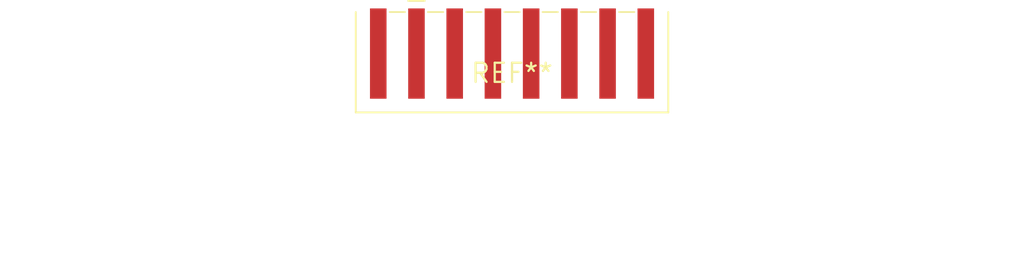
<source format=kicad_pcb>
(kicad_pcb (version 20240108) (generator pcbnew)
  (layers (0 "F.Cu" signal) (31 "B.Cu" signal) (34 "B.Paste" user) (35 "F.Paste" user) (36 "B.SilkS" user "B.Silkscreen") (37 "F.SilkS" user "F.Silkscreen") (38 "B.Mask" user) (39 "F.Mask" user) (44 "Edge.Cuts" user))
  (net 0 "")
  (footprint "Harting_har-flexicon_14110613010xxx_1x06-MP_P2.54mm_Horizontal" (layer "F.Cu") (at 0 0)
    (property "Reference" "REF**")
    (property "Value" "Harting_har-flexicon_14110613010xxx_1x06-MP_P2.54mm_Horizontal")
    (fp_line (start -10.385 -4.06) (end -10.385 2.61) (layer "F.SilkS") (stroke (width 0.12)))
    (fp_line (start -8.128 -4.06) (end -7.112 -4.06) (layer "F.SilkS") (stroke (width 0.12)))
    (fp_line (start -6.9 -4.8) (end -5.8 -4.8) (layer "F.SilkS") (stroke (width 0.12)))
    (fp_line (start -5.588 -4.06) (end -4.572 -4.06) (layer "F.SilkS") (stroke (width 0.12)))
    (fp_line (start -3.048 -4.06) (end -2.032 -4.06) (layer "F.SilkS") (stroke (width 0.12)))
    (fp_line (start -0.508 -4.06) (end 0.508 -4.06) (layer "F.SilkS") (stroke (width 0.12)))
    (fp_line (start 2.032 -4.06) (end 3.048 -4.06) (layer "F.SilkS") (stroke (width 0.12)))
    (fp_line (start 4.572 -4.06) (end 5.588 -4.06) (layer "F.SilkS") (stroke (width 0.12)))
    (fp_line (start 7.112 -4.06) (end 8.128 -4.06) (layer "F.SilkS") (stroke (width 0.12)))
    (fp_line (start 10.385 -4.06) (end 10.385 2.61) (layer "F.SilkS") (stroke (width 0.12)))
    (fp_line (start 10.385 2.61) (end -10.385 2.61) (layer "F.SilkS") (stroke (width 0.12)))
    (pad "1" smd rect (at -6.35 -1.3) (size 1.1 6) (layers "F.Cu" "F.Paste" "F.Mask"))
    (pad "2" smd rect (at -3.81 -1.3) (size 1.1 6) (layers "F.Cu" "F.Paste" "F.Mask"))
    (pad "3" smd rect (at -1.27 -1.3) (size 1.1 6) (layers "F.Cu" "F.Paste" "F.Mask"))
    (pad "4" smd rect (at 1.27 -1.3) (size 1.1 6) (layers "F.Cu" "F.Paste" "F.Mask"))
    (pad "5" smd rect (at 3.81 -1.3) (size 1.1 6) (layers "F.Cu" "F.Paste" "F.Mask"))
    (pad "6" smd rect (at 6.35 -1.3) (size 1.1 6) (layers "F.Cu" "F.Paste" "F.Mask"))
    (pad "MP" smd rect (at -8.89 -1.3) (size 1.1 6) (layers "F.Cu" "F.Paste" "F.Mask"))
    (pad "MP" smd rect (at 8.89 -1.3) (size 1.1 6) (layers "F.Cu" "F.Paste" "F.Mask"))
  )
)
</source>
